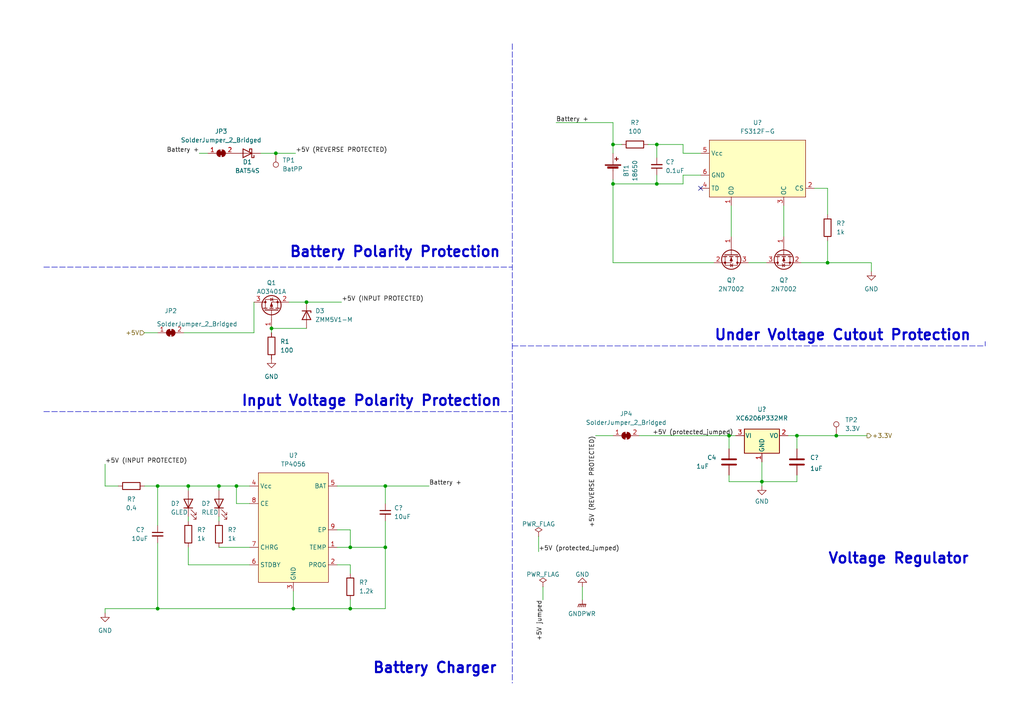
<source format=kicad_sch>
(kicad_sch (version 20211123) (generator eeschema)
  (paper "A4")
  (title_block (title "Power Submodule") (date "2022-03-09") (rev "v1.0") (company "University of Cape Town") (comment 2 "Need to figure out the undervoltage circuit and down converter") (comment 4 "Authors: Noah Havik"))
  (lib_symbols
    (symbol "Battery_Management:FS312F-G"
      (property "Reference" "U" (at 0 11.43 0))
      (property "Value" "FS312F-G" (at 0 8.89 0))
      (symbol "FS312F-G_0_1"
        (rectangle (start -13.97 6.35) (end 13.97 -10.16) (fill (type background)))
      )
      (symbol "FS312F-G_1_1"
        (pin input line (at -7.62 -12.7 90) (length 2.54) (name "OD") (number "1"))
        (pin input line (at 16.51 -7.62 180) (length 2.54) (name "CS") (number "2"))
        (pin input line (at 7.62 -12.7 90) (length 2.54) (name "OC") (number "3"))
        (pin input line (at -16.51 -7.62 0) (length 2.54) (name "TD") (number "4"))
        (pin input line (at -16.51 2.54 0) (length 2.54) (name "Vcc") (number "5"))
        (pin input line (at -16.51 -3.81 0) (length 2.54) (name "GND") (number "6"))
      )
    )
    (symbol "Connector:TestPoint" (pin_numbers hide) (pin_names (offset 0.762) hide)
      (property "Reference" "TP" (at 0 6.858 0))
      (property "Value" "TestPoint" (at 0 5.08 0))
      (symbol "TestPoint_0_1"
        (circle (center 0 3.302) (radius 0.762))
      )
      (symbol "TestPoint_1_1"
        (pin passive line (at 0 0 90) (length 2.54) (name "1") (number "1"))
      )
    )
    (symbol "Device:Battery_Cell" (pin_numbers hide) (pin_names (offset 0) hide)
      (property "Reference" "BT" (at 2.54 2.54 0))
      (property "Value" "Battery_Cell" (at 2.54 0 0))
      (symbol "Battery_Cell_0_1"
        (rectangle (start -2.286 1.778) (end 2.286 1.524) (fill (type outline)))
        (rectangle (start -1.5748 1.1938) (end 1.4732 0.6858) (fill (type outline)))
        (polyline (pts (xy 0 0.762) (xy 0 0)))
        (polyline (pts (xy 0 1.778) (xy 0 2.54)))
        (polyline (pts (xy 0.508 3.429) (xy 1.524 3.429)) (stroke (width 0.254)))
        (polyline (pts (xy 1.016 3.937) (xy 1.016 2.921)) (stroke (width 0.254)))
      )
      (symbol "Battery_Cell_1_1"
        (pin passive line (at 0 5.08 270) (length 2.54) (name "+") (number "1"))
        (pin passive line (at 0 -2.54 90) (length 2.54) (name "-") (number "2"))
      )
    )
    (symbol "Device:C" (pin_numbers hide) (pin_names (offset 0.254))
      (property "Reference" "C" (at 0.635 2.54 0))
      (property "Value" "C" (at 0.635 -2.54 0))
      (symbol "C_0_1"
        (polyline (pts (xy -2.032 -0.762) (xy 2.032 -0.762)) (stroke (width 0.508)))
        (polyline (pts (xy -2.032 0.762) (xy 2.032 0.762)) (stroke (width 0.508)))
      )
      (symbol "C_1_1"
        (pin passive line (at 0 3.81 270) (length 2.794) (name "~") (number "1"))
        (pin passive line (at 0 -3.81 90) (length 2.794) (name "~") (number "2"))
      )
    )
    (symbol "Device:C_Small" (pin_numbers hide) (pin_names (offset 0.254) hide)
      (property "Reference" "C" (at 0.254 1.778 0))
      (property "Value" "C_Small" (at 0.254 -2.032 0))
      (symbol "C_Small_0_1"
        (polyline (pts (xy -1.524 -0.508) (xy 1.524 -0.508)) (stroke (width 0.3302)))
        (polyline (pts (xy -1.524 0.508) (xy 1.524 0.508)) (stroke (width 0.3048)))
      )
      (symbol "C_Small_1_1"
        (pin passive line (at 0 2.54 270) (length 2.032) (name "~") (number "1"))
        (pin passive line (at 0 -2.54 90) (length 2.032) (name "~") (number "2"))
      )
    )
    (symbol "Device:D_Schottky" (pin_numbers hide) (pin_names (offset 1.016) hide)
      (property "Reference" "D" (at 0 2.54 0))
      (property "Value" "D_Schottky" (at 0 -2.54 0))
      (symbol "D_Schottky_0_1"
        (polyline (pts (xy 1.27 0) (xy -1.27 0)))
        (polyline (pts (xy 1.27 1.27) (xy 1.27 -1.27) (xy -1.27 0) (xy 1.27 1.27)) (stroke (width 0.254)))
        (polyline (pts (xy -1.905 0.635) (xy -1.905 1.27) (xy -1.27 1.27) (xy -1.27 -1.27) (xy -0.635 -1.27) (xy -0.635 -0.635)) (stroke (width 0.254)))
      )
      (symbol "D_Schottky_1_1"
        (pin passive line (at -3.81 0 0) (length 2.54) (name "K") (number "1"))
        (pin passive line (at 3.81 0 180) (length 2.54) (name "A") (number "2"))
      )
    )
    (symbol "Device:D_Zener" (pin_numbers hide) (pin_names (offset 1.016) hide)
      (property "Reference" "D" (at 0 2.54 0))
      (property "Value" "D_Zener" (at 0 -2.54 0))
      (symbol "D_Zener_0_1"
        (polyline (pts (xy 1.27 0) (xy -1.27 0)))
        (polyline (pts (xy -1.27 -1.27) (xy -1.27 1.27) (xy -0.762 1.27)) (stroke (width 0.254)))
        (polyline (pts (xy 1.27 -1.27) (xy 1.27 1.27) (xy -1.27 0) (xy 1.27 -1.27)) (stroke (width 0.254)))
      )
      (symbol "D_Zener_1_1"
        (pin passive line (at -3.81 0 0) (length 2.54) (name "K") (number "1"))
        (pin passive line (at 3.81 0 180) (length 2.54) (name "A") (number "2"))
      )
    )
    (symbol "Device:LED" (pin_numbers hide) (pin_names (offset 1.016) hide)
      (property "Reference" "D" (at 0 2.54 0))
      (property "Value" "LED" (at 0 -2.54 0))
      (symbol "LED_0_1"
        (polyline (pts (xy -1.27 -1.27) (xy -1.27 1.27)) (stroke (width 0.254)))
        (polyline (pts (xy -1.27 0) (xy 1.27 0)))
        (polyline (pts (xy 1.27 -1.27) (xy 1.27 1.27) (xy -1.27 0) (xy 1.27 -1.27)) (stroke (width 0.254)))
        (polyline (pts (xy -3.048 -0.762) (xy -4.572 -2.286) (xy -3.81 -2.286) (xy -4.572 -2.286) (xy -4.572 -1.524)))
        (polyline (pts (xy -1.778 -0.762) (xy -3.302 -2.286) (xy -2.54 -2.286) (xy -3.302 -2.286) (xy -3.302 -1.524)))
      )
      (symbol "LED_1_1"
        (pin passive line (at -3.81 0 0) (length 2.54) (name "K") (number "1"))
        (pin passive line (at 3.81 0 180) (length 2.54) (name "A") (number "2"))
      )
    )
    (symbol "Device:Q_PMOS_GSD" (pin_names (offset 0) hide)
      (property "Reference" "Q" (at 5.08 1.27 0))
      (property "Value" "Q_PMOS_GSD" (at 5.08 -1.27 0))
      (symbol "Q_PMOS_GSD_0_1"
        (polyline (pts (xy 0.254 0) (xy -2.54 0)))
        (polyline (pts (xy 0.254 1.905) (xy 0.254 -1.905)) (stroke (width 0.254)))
        (polyline (pts (xy 0.762 -1.27) (xy 0.762 -2.286)) (stroke (width 0.254)))
        (polyline (pts (xy 0.762 0.508) (xy 0.762 -0.508)) (stroke (width 0.254)))
        (polyline (pts (xy 0.762 2.286) (xy 0.762 1.27)) (stroke (width 0.254)))
        (polyline (pts (xy 2.54 2.54) (xy 2.54 1.778)))
        (polyline (pts (xy 2.54 -2.54) (xy 2.54 0) (xy 0.762 0)))
        (polyline (pts (xy 0.762 1.778) (xy 3.302 1.778) (xy 3.302 -1.778) (xy 0.762 -1.778)))
        (polyline (pts (xy 2.286 0) (xy 1.27 0.381) (xy 1.27 -0.381) (xy 2.286 0)) (fill (type outline)))
        (polyline (pts (xy 2.794 -0.508) (xy 2.921 -0.381) (xy 3.683 -0.381) (xy 3.81 -0.254)))
        (polyline (pts (xy 3.302 -0.381) (xy 2.921 0.254) (xy 3.683 0.254) (xy 3.302 -0.381)))
        (circle (center 1.651 0) (radius 2.794) (stroke (width 0.254)))
        (circle (center 2.54 -1.778) (radius 0.254) (fill (type outline)))
        (circle (center 2.54 1.778) (radius 0.254) (fill (type outline)))
      )
      (symbol "Q_PMOS_GSD_1_1"
        (pin input line (at -5.08 0 0) (length 2.54) (name "G") (number "1"))
        (pin passive line (at 2.54 -5.08 90) (length 2.54) (name "S") (number "2"))
        (pin passive line (at 2.54 5.08 270) (length 2.54) (name "D") (number "3"))
      )
    )
    (symbol "Device:R" (pin_numbers hide) (pin_names (offset 0))
      (property "Reference" "R" (at 2.032 0 90))
      (property "Value" "R" (at 0 0 90))
      (symbol "R_0_1"
        (rectangle (start -1.016 -2.54) (end 1.016 2.54) (stroke (width 0.254)))
      )
      (symbol "R_1_1"
        (pin passive line (at 0 3.81 270) (length 1.27) (name "~") (number "1"))
        (pin passive line (at 0 -3.81 90) (length 1.27) (name "~") (number "2"))
      )
    )
    (symbol "Jumper:SolderJumper_2_Bridged" (pin_names (offset 0) hide)
      (property "Reference" "JP" (at 0 2.032 0))
      (property "Value" "SolderJumper_2_Bridged" (at 0 -2.54 0))
      (symbol "SolderJumper_2_Bridged_0_1"
        (rectangle (start -0.508 0.508) (end 0.508 -0.508) (fill (type outline)))
        (arc (start -0.254 1.016) (mid -1.27 0) (end -0.254 -1.016))
        (arc (start -0.254 1.016) (mid -1.27 0) (end -0.254 -1.016) (fill (type outline)))
        (polyline (pts (xy -0.254 1.016) (xy -0.254 -1.016)))
        (polyline (pts (xy 0.254 1.016) (xy 0.254 -1.016)))
        (arc (start 0.254 -1.016) (mid 1.27 0) (end 0.254 1.016))
        (arc (start 0.254 -1.016) (mid 1.27 0) (end 0.254 1.016) (fill (type outline)))
      )
      (symbol "SolderJumper_2_Bridged_1_1"
        (pin passive line (at -3.81 0 0) (length 2.54) (name "A") (number "1"))
        (pin passive line (at 3.81 0 180) (length 2.54) (name "B") (number "2"))
      )
    )
    (symbol "Regulator_Linear:XC6206PxxxMR" (pin_names (offset 0.254))
      (property "Reference" "U" (at -3.81 3.175 0))
      (property "Value" "XC6206PxxxMR" (at 0 3.175 0))
      (symbol "XC6206PxxxMR_0_1"
        (rectangle (start -5.08 1.905) (end 5.08 -5.08) (stroke (width 0.254)) (fill (type background)))
      )
      (symbol "XC6206PxxxMR_1_1"
        (pin power_in line (at 0 -7.62 90) (length 2.54) (name "GND") (number "1"))
        (pin power_out line (at 7.62 0 180) (length 2.54) (name "VO") (number "2"))
        (pin power_in line (at -7.62 0 0) (length 2.54) (name "VI") (number "3"))
      )
    )
    (symbol "TP4056_1"
      (property "Reference" "U" (at 0 11.43 0))
      (property "Value" "TP4056_1" (at 0 8.89 0))
      (symbol "TP4056_1_0_1"
        (rectangle (start -10.16 6.35) (end 10.16 -25.4) (fill (type background)))
      )
      (symbol "TP4056_1_1_1"
        (pin input line (at 12.7 -15.24 180) (length 2.54) (name "TEMP") (number "1"))
        (pin input line (at 12.7 -20.32 180) (length 2.54) (name "PROG") (number "2"))
        (pin input line (at 0 -27.94 90) (length 2.54) (name "GND") (number "3"))
        (pin input line (at -12.7 2.54 0) (length 2.54) (name "Vcc") (number "4"))
        (pin input line (at 12.7 2.54 180) (length 2.54) (name "BAT") (number "5"))
        (pin input line (at -12.7 -20.32 0) (length 2.54) (name "STDBY") (number "6"))
        (pin input line (at -12.7 -15.24 0) (length 2.54) (name "CHRG") (number "7"))
        (pin input line (at -12.7 -2.54 0) (length 2.54) (name "CE") (number "8"))
        (pin input line (at 12.7 -10.16 180) (length 2.54) (name "EP") (number "9"))
      )
    )
    (symbol "Transistor_FET:2N7002" (pin_names hide)
      (property "Reference" "Q" (at 5.08 1.905 0))
      (property "Value" "2N7002" (at 5.08 0 0))
      (symbol "2N7002_0_1"
        (polyline (pts (xy 0.254 0) (xy -2.54 0)))
        (polyline (pts (xy 0.254 1.905) (xy 0.254 -1.905)) (stroke (width 0.254)))
        (polyline (pts (xy 0.762 -1.27) (xy 0.762 -2.286)) (stroke (width 0.254)))
        (polyline (pts (xy 0.762 0.508) (xy 0.762 -0.508)) (stroke (width 0.254)))
        (polyline (pts (xy 0.762 2.286) (xy 0.762 1.27)) (stroke (width 0.254)))
        (polyline (pts (xy 2.54 2.54) (xy 2.54 1.778)))
        (polyline (pts (xy 2.54 -2.54) (xy 2.54 0) (xy 0.762 0)))
        (polyline (pts (xy 0.762 -1.778) (xy 3.302 -1.778) (xy 3.302 1.778) (xy 0.762 1.778)))
        (polyline (pts (xy 1.016 0) (xy 2.032 0.381) (xy 2.032 -0.381) (xy 1.016 0)) (fill (type outline)))
        (polyline (pts (xy 2.794 0.508) (xy 2.921 0.381) (xy 3.683 0.381) (xy 3.81 0.254)))
        (polyline (pts (xy 3.302 0.381) (xy 2.921 -0.254) (xy 3.683 -0.254) (xy 3.302 0.381)))
        (circle (center 1.651 0) (radius 2.794) (stroke (width 0.254)))
        (circle (center 2.54 -1.778) (radius 0.254) (fill (type outline)))
        (circle (center 2.54 1.778) (radius 0.254) (fill (type outline)))
      )
      (symbol "2N7002_1_1"
        (pin input line (at -5.08 0 0) (length 2.54) (name "G") (number "1"))
        (pin passive line (at 2.54 -5.08 90) (length 2.54) (name "S") (number "2"))
        (pin passive line (at 2.54 5.08 270) (length 2.54) (name "D") (number "3"))
      )
    )
    (symbol "power:GND" (power) (pin_names (offset 0))
      (property "Value" "GND" (at 0 -3.81 0))
      (symbol "GND_0_1"
        (polyline (pts (xy 0 0) (xy 0 -1.27) (xy 1.27 -1.27) (xy 0 -2.54) (xy -1.27 -1.27) (xy 0 -1.27)))
      )
      (symbol "GND_1_1"
        (pin power_in line (at 0 0 270) (length 0) hide (name "GND") (number "1"))
      )
    )
    (symbol "power:GNDPWR" (power) (pin_names (offset 0))
      (property "Value" "GNDPWR" (at 0 -3.302 0))
      (symbol "GNDPWR_0_1"
        (polyline (pts (xy 0 -1.27) (xy 0 0)))
        (polyline (pts (xy -1.016 -1.27) (xy -1.27 -2.032) (xy -1.27 -2.032)) (stroke (width 0.2032)))
        (polyline (pts (xy -0.508 -1.27) (xy -0.762 -2.032) (xy -0.762 -2.032)) (stroke (width 0.2032)))
        (polyline (pts (xy 0 -1.27) (xy -0.254 -2.032) (xy -0.254 -2.032)) (stroke (width 0.2032)))
        (polyline (pts (xy 0.508 -1.27) (xy 0.254 -2.032) (xy 0.254 -2.032)) (stroke (width 0.2032)))
        (polyline (pts (xy 1.016 -1.27) (xy -1.016 -1.27) (xy -1.016 -1.27)) (stroke (width 0.2032)))
        (polyline (pts (xy 1.016 -1.27) (xy 0.762 -2.032) (xy 0.762 -2.032) (xy 0.762 -2.032)) (stroke (width 0.2032)))
      )
      (symbol "GNDPWR_1_1"
        (pin power_in line (at 0 0 270) (length 0) hide (name "GNDPWR") (number "1"))
      )
    )
    (symbol "power:PWR_FLAG" (power) (pin_numbers hide) (pin_names (offset 0) hide)
      (property "Value" "PWR_FLAG" (at 0 3.81 0))
      (symbol "PWR_FLAG_0_0"
        (pin power_out line (at 0 0 90) (length 0) (name "pwr") (number "1"))
      )
      (symbol "PWR_FLAG_0_1"
        (polyline (pts (xy 0 0) (xy 0 1.27) (xy -1.016 1.905) (xy 0 2.54) (xy 1.016 1.905) (xy 0 1.27)))
      )
    )
  )
  (junction (at 190.5 53.34))
  (junction (at 177.8 53.34))
  (junction (at 63.5 140.97))
  (junction (at 80.01 44.45))
  (junction (at 220.98 139.7))
  (junction (at 111.76 140.97))
  (junction (at 85.09 176.53))
  (junction (at 45.72 176.53))
  (junction (at 78.74 95.25))
  (junction (at 211.455 126.365))
  (junction (at 190.5 41.91))
  (junction (at 68.58 140.97))
  (junction (at 240.03 76.2))
  (junction (at 111.76 158.75))
  (junction (at 242.57 126.365))
  (junction (at 177.8 41.91))
  (junction (at 101.6 176.53))
  (junction (at 101.6 158.75))
  (junction (at 54.61 140.97))
  (junction (at 45.72 140.97))
  (junction (at 231.14 126.365))
  (junction (at 88.9 87.63))
  (no_connect (at 203.2 54.61))
  (wire (pts (xy 240.03 62.23) (xy 240.03 54.61)))
  (wire (pts (xy 231.14 130.175) (xy 231.14 126.365)))
  (wire (pts (xy 85.09 176.53) (xy 101.6 176.53)))
  (wire (pts (xy 227.33 59.69) (xy 227.33 68.58)))
  (wire (pts (xy 41.91 140.97) (xy 45.72 140.97)))
  (wire (pts (xy 30.48 177.8) (xy 30.48 176.53)))
  (wire (pts (xy 54.61 140.97) (xy 54.61 142.24)))
  (wire (pts (xy 211.455 126.365) (xy 213.36 126.365)))
  (wire (pts (xy 73.66 96.52) (xy 73.66 87.63)))
  (wire (pts (xy 72.39 146.05) (xy 68.58 146.05)))
  (wire (pts (xy 63.5 140.97) (xy 68.58 140.97)))
  (wire (pts (xy 57.785 44.45) (xy 60.325 44.45)))
  (wire (pts (xy 30.48 140.97) (xy 34.29 140.97)))
  (wire (pts (xy 111.76 140.97) (xy 111.76 146.05)))
  (wire (pts (xy 97.79 163.83) (xy 101.6 163.83)))
  (wire (pts (xy 220.98 139.7) (xy 231.14 139.7)))
  (wire (pts (xy 198.12 50.8) (xy 203.2 50.8)))
  (wire (pts (xy 111.76 140.97) (xy 97.79 140.97)))
  (wire (pts (xy 45.72 140.97) (xy 45.72 152.4)))
  (wire (pts (xy 54.61 140.97) (xy 63.5 140.97)))
  (wire (pts (xy 198.12 44.45) (xy 198.12 41.91)))
  (wire (pts (xy 231.14 126.365) (xy 242.57 126.365)))
  (wire (pts (xy 101.6 176.53) (xy 111.76 176.53)))
  (wire (pts (xy 101.6 163.83) (xy 101.6 166.37)))
  (wire (pts (xy 156.21 155.575) (xy 156.21 160.02)))
  (wire (pts (xy 53.34 96.52) (xy 73.66 96.52)))
  (wire (pts (xy 78.74 95.25) (xy 88.9 95.25)))
  (polyline (pts (xy 12.7 119.38) (xy 148.59 119.38)))
  (wire (pts (xy 252.73 78.74) (xy 252.73 76.2)))
  (wire (pts (xy 80.01 44.45) (xy 85.725 44.45)))
  (polyline (pts (xy 148.59 100.33) (xy 285.75 100.33)))
  (wire (pts (xy 242.57 126.365) (xy 251.46 126.365)))
  (wire (pts (xy 232.41 76.2) (xy 240.03 76.2)))
  (polyline (pts (xy 285.75 99.06) (xy 285.75 100.33)))
  (wire (pts (xy 228.6 126.365) (xy 231.14 126.365)))
  (wire (pts (xy 203.2 44.45) (xy 198.12 44.45)))
  (wire (pts (xy 101.6 153.67) (xy 101.6 158.75)))
  (wire (pts (xy 30.48 134.62) (xy 30.48 140.97)))
  (wire (pts (xy 45.72 140.97) (xy 54.61 140.97)))
  (wire (pts (xy 68.58 140.97) (xy 72.39 140.97)))
  (wire (pts (xy 180.34 41.91) (xy 177.8 41.91)))
  (wire (pts (xy 177.8 76.2) (xy 207.01 76.2)))
  (wire (pts (xy 75.565 44.45) (xy 80.01 44.45)))
  (wire (pts (xy 168.91 170.18) (xy 168.91 173.99)))
  (wire (pts (xy 177.8 35.56) (xy 177.8 41.91)))
  (wire (pts (xy 111.76 151.13) (xy 111.76 158.75)))
  (polyline (pts (xy 12.7 77.47) (xy 148.59 77.47)))
  (wire (pts (xy 161.29 35.56) (xy 177.8 35.56)))
  (wire (pts (xy 177.8 53.34) (xy 177.8 52.07)))
  (wire (pts (xy 83.82 87.63) (xy 88.9 87.63)))
  (wire (pts (xy 185.42 126.365) (xy 211.455 126.365)))
  (wire (pts (xy 211.455 126.365) (xy 211.455 130.175)))
  (polyline (pts (xy 148.59 12.7) (xy 148.59 198.12)))
  (wire (pts (xy 212.09 59.69) (xy 212.09 68.58)))
  (wire (pts (xy 88.9 87.63) (xy 99.06 87.63)))
  (wire (pts (xy 54.61 158.75) (xy 54.61 163.83)))
  (wire (pts (xy 63.5 140.97) (xy 63.5 142.24)))
  (wire (pts (xy 124.46 140.97) (xy 111.76 140.97)))
  (wire (pts (xy 190.5 53.34) (xy 198.12 53.34)))
  (wire (pts (xy 211.455 137.795) (xy 211.455 139.7)))
  (wire (pts (xy 198.12 53.34) (xy 198.12 50.8)))
  (wire (pts (xy 101.6 173.99) (xy 101.6 176.53)))
  (wire (pts (xy 63.5 158.75) (xy 72.39 158.75)))
  (wire (pts (xy 45.72 176.53) (xy 85.09 176.53)))
  (wire (pts (xy 190.5 50.8) (xy 190.5 53.34)))
  (wire (pts (xy 101.6 158.75) (xy 111.76 158.75)))
  (wire (pts (xy 177.8 53.34) (xy 190.5 53.34)))
  (wire (pts (xy 217.17 76.2) (xy 222.25 76.2)))
  (wire (pts (xy 41.91 96.52) (xy 45.72 96.52)))
  (wire (pts (xy 190.5 41.91) (xy 187.96 41.91)))
  (wire (pts (xy 177.8 41.91) (xy 177.8 44.45)))
  (wire (pts (xy 111.76 158.75) (xy 111.76 176.53)))
  (wire (pts (xy 172.72 126.365) (xy 177.8 126.365)))
  (wire (pts (xy 177.8 53.34) (xy 177.8 76.2)))
  (wire (pts (xy 63.5 149.86) (xy 63.5 151.13)))
  (wire (pts (xy 54.61 149.86) (xy 54.61 151.13)))
  (wire (pts (xy 240.03 76.2) (xy 252.73 76.2)))
  (wire (pts (xy 220.98 133.985) (xy 220.98 139.7)))
  (wire (pts (xy 198.12 41.91) (xy 190.5 41.91)))
  (wire (pts (xy 240.03 69.85) (xy 240.03 76.2)))
  (wire (pts (xy 30.48 176.53) (xy 45.72 176.53)))
  (wire (pts (xy 45.72 157.48) (xy 45.72 176.53)))
  (wire (pts (xy 157.48 170.18) (xy 157.48 173.99)))
  (wire (pts (xy 68.58 146.05) (xy 68.58 140.97)))
  (wire (pts (xy 211.455 139.7) (xy 220.98 139.7)))
  (wire (pts (xy 97.79 158.75) (xy 101.6 158.75)))
  (wire (pts (xy 231.14 139.7) (xy 231.14 137.795)))
  (wire (pts (xy 78.74 96.52) (xy 78.74 95.25)))
  (wire (pts (xy 240.03 54.61) (xy 236.22 54.61)))
  (wire (pts (xy 97.79 153.67) (xy 101.6 153.67)))
  (wire (pts (xy 54.61 163.83) (xy 72.39 163.83)))
  (wire (pts (xy 190.5 41.91) (xy 190.5 45.72)))
  (wire (pts (xy 220.98 139.7) (xy 220.98 140.97)))
  (wire (pts (xy 85.09 171.45) (xy 85.09 176.53)))
  (text "Battery Charger" (at 107.95 195.58 0) (effects (font (size 3 3) (thickness 0.6) bold) (justify left bottom)))
  (text "Input Voltage Polarity Protection" (at 69.85 118.11 0) (effects (font (size 3 3) (thickness 0.6) bold) (justify left bottom)))
  (text "Voltage Regulator" (at 240.03 163.83 0) (effects (font (size 3 3) (thickness 0.6) bold) (justify left bottom)))
  (text "Under Voltage Cutout Protection" (at 207.01 99.06 0) (effects (font (size 3 3) (thickness 0.6) bold) (justify left bottom)))
  (text "Battery Polarity Protection" (at 83.82 74.93 0) (effects (font (size 3 3) (thickness 0.6) bold) (justify left bottom)))
  (label "Battery +" (at 57.785 44.45 180))
  (label "+5V jumped" (at 157.48 173.99 270))
  (label "Battery +" (at 124.46 140.97 0))
  (label "+5V (INPUT PROTECTED)" (at 30.48 134.62 0))
  (label "+5V (protected_jumped)" (at 156.21 160.02 0))
  (label "+5V (protected_jumped)" (at 189.23 126.365 0))
  (label "Battery +" (at 161.29 35.56 0))
  (label "+5V (INPUT PROTECTED)" (at 99.06 87.63 0))
  (label "+5V (REVERSE PROTECTED)" (at 172.72 126.365 270))
  (label "+5V (REVERSE PROTECTED)" (at 85.725 44.45 0))
  (hierarchical_label "+5V" (shape input) (at 41.91 96.52 180))
  (hierarchical_label "+3.3V" (shape output) (at 251.46 126.365 0))
  (symbol (lib_id "Device:Q_PMOS_GSD") (at 78.74 90.17 90) (unit 1)
    (property "Reference" "Q1" (at 78.74 82.0252 90))
    (property "Value" "AO3401A" (at 78.74 84.5621 90))
    (property "Footprint" "Package_TO_SOT_SMD:SOT-23" (effects hide))
    (property "JLC Part #" "C15127" (effects hide))
    (property "Price" "0.1774" (effects hide))
  )
  (symbol (lib_id "Jumper:SolderJumper_2_Bridged") (at 181.61 126.365 0) (unit 1)
    (property "Reference" "JP4" (at 181.61 120.015 0))
    (property "Value" "SolderJumper_2_Bridged" (at 181.61 122.555 0))
    (property "Footprint" "Jumper:SolderJumper-2_P1.3mm_Bridged2Bar_Pad1.0x1.5mm" (effects hide))
  )
  (symbol (lib_id "power:GND") (at 220.98 140.97 0) (unit 1)
    (property "Reference" "#PWR020" (effects hide))
    (property "Value" "GND" (at 220.98 145.4134 0))
  )
  (symbol (lib_id "Device:C") (at 231.14 133.985 0) (unit 1)
    (property "Reference" "C?" (at 234.95 132.715 0) (effects (justify left)))
    (property "Value" "1uF" (at 234.95 135.89 0) (effects (justify left)))
    (property "Footprint" "Capacitor_SMD:C_0402_1005Metric" (effects hide))
    (property "JLC Part #" "C1525" (effects hide))
    (property "Price" "0.0011" (effects hide))
  )
  (symbol (lib_id "Connector:TestPoint") (at 242.57 126.365 0) (unit 1)
    (property "Reference" "TP2" (at 245.11 121.7929 0) (effects (justify left)))
    (property "Value" "3.3V" (at 245.11 124.3329 0) (effects (justify left)))
    (property "Footprint" "TestPoint:TestPoint_Pad_D1.0mm" (effects hide))
  )
  (symbol (lib_id "power:GNDPWR") (at 168.91 173.99 0) (unit 1)
    (property "Reference" "#PWR019" (effects hide))
    (property "Value" "GNDPWR" (at 168.783 178.027 0))
  )
  (symbol (lib_id "Device:C_Small") (at 190.5 48.26 180) (unit 1)
    (property "Reference" "C?" (at 193.04 46.9835 0) (effects (justify right)))
    (property "Value" "0.1uF" (at 193.04 49.5235 0) (effects (justify right)))
  )
  (symbol (lib_id "Jumper:SolderJumper_2_Bridged") (at 64.135 44.45 0) (unit 1)
    (property "Reference" "JP3" (at 64.135 38.1 0))
    (property "Value" "SolderJumper_2_Bridged" (at 64.135 40.64 0))
    (property "Footprint" "Jumper:SolderJumper-2_P1.3mm_Bridged2Bar_Pad1.0x1.5mm" (effects hide))
  )
  (symbol (lib_id "Device:R") (at 184.15 41.91 90) (unit 1)
    (property "Reference" "R?" (at 184.15 35.56 90))
    (property "Value" "100" (at 184.15 38.1 90))
  )
  (symbol (lib_id "power:GND") (at 30.48 177.8 0) (unit 1)
    (property "Reference" "#PWR?" (effects hide))
    (property "Value" "GND" (at 30.48 182.88 0))
  )
  (symbol (lib_id "Battery_Management:FS312F-G") (at 219.71 46.99 0) (unit 1)
    (property "Reference" "U?" (at 219.71 35.56 0))
    (property "Value" "FS312F-G" (at 219.71 38.1 0))
  )
  (symbol (lib_id "Device:D_Zener") (at 88.9 91.44 270) (unit 1)
    (property "Reference" "D3" (at 91.44 90.1699 90) (effects (justify left)))
    (property "Value" "ZMM5V1-M" (at 91.44 92.7099 90) (effects (justify left)))
    (property "Footprint" "Footprint_EEE3088F:LL-34_L3.5-W1.5-RD" (effects hide))
    (property "JLC Part #" "C8061" (effects hide))
    (property "Price" "0.0182" (effects hide))
  )
  (symbol (lib_id "power:GND") (at 252.73 78.74 0) (unit 1)
    (property "Reference" "#PWR?" (effects hide))
    (property "Value" "GND" (at 252.73 83.82 0))
  )
  (symbol (lib_id "Device:LED") (at 63.5 146.05 90) (unit 1)
    (property "Reference" "D?" (at 58.42 146.05 90) (effects (justify right)))
    (property "Value" "RLED" (at 58.42 148.59 90) (effects (justify right)))
  )
  (symbol (lib_id "Device:C_Small") (at 111.76 148.59 0) (unit 1)
    (property "Reference" "C?" (at 114.3 147.3262 0) (effects (justify left)))
    (property "Value" "10uF" (at 114.3 149.8662 0) (effects (justify left)))
  )
  (symbol (lib_id "power:GND") (at 78.74 104.14 0) (unit 1)
    (property "Reference" "#PWR017" (effects hide))
    (property "Value" "GND" (at 78.74 109.22 0))
  )
  (symbol (lib_id "Device:D_Schottky") (at 71.755 44.45 180) (unit 1)
    (property "Reference" "D1" (at 71.755 46.99 0))
    (property "Value" "BAT54S" (at 71.755 49.53 0))
    (property "Footprint" "Diode_SMD:D_SOT-23_ANK" (effects hide))
    (property "JLC Part #" "C408389" (effects hide))
    (property "Price" "0.0148" (effects hide))
  )
  (symbol (lib_name "TP4056_1") (lib_id "Battery_Management:TP4056") (at 85.09 143.51 0) (unit 1)
    (property "Reference" "U?" (at 85.09 132.08 0))
    (property "Value" "TP4056" (at 85.09 134.62 0))
  )
  (symbol (lib_id "Device:C") (at 211.455 133.985 0) (unit 1)
    (property "Reference" "C4" (at 205.105 132.715 0) (effects (justify left)))
    (property "Value" "1uF" (at 201.93 135.255 0) (effects (justify left)))
    (property "Footprint" "Capacitor_SMD:C_0402_1005Metric" (effects hide))
    (property "JLC Part #" "C1525" (effects hide))
    (property "Price" "0.0011" (effects hide))
  )
  (symbol (lib_id "Transistor_FET:2N7002") (at 227.33 73.66 90) (mirror x) (unit 1)
    (property "Reference" "Q?" (at 227.33 81.28 90))
    (property "Value" "2N7002" (at 227.33 83.82 90))
    (property "Footprint" "Package_TO_SOT_SMD:SOT-23" (effects hide))
    (property "Datasheet" "https://www.onsemi.com/pub/Collateral/NDS7002A-D.PDF" (effects hide))
  )
  (symbol (lib_id "Device:Battery_Cell") (at 177.8 49.53 0) (unit 1)
    (property "Reference" "BT1" (at 181.61 49.53 90))
    (property "Value" "18650" (at 184.15 49.53 90))
    (property "Footprint" "Footprint_EEE3088F:18650_Holder" (effects hide))
  )
  (symbol (lib_id "Connector:TestPoint") (at 80.01 44.45 180) (unit 1)
    (property "Reference" "TP1" (at 81.915 46.4819 0) (effects (justify right)))
    (property "Value" "BatPP" (at 81.915 49.0219 0) (effects (justify right)))
    (property "Footprint" "TestPoint:TestPoint_Pad_D1.0mm" (effects hide))
  )
  (symbol (lib_id "Device:LED") (at 54.61 146.05 90) (unit 1)
    (property "Reference" "D?" (at 49.53 146.05 90) (effects (justify right)))
    (property "Value" "GLED" (at 49.53 148.59 90) (effects (justify right)))
  )
  (symbol (lib_id "Device:R") (at 63.5 154.94 0) (unit 1)
    (property "Reference" "R?" (at 66.04 153.6699 0) (effects (justify left)))
    (property "Value" "1k" (at 66.04 156.2099 0) (effects (justify left)))
  )
  (symbol (lib_id "Regulator_Linear:XC6206PxxxMR") (at 220.98 126.365 0) (unit 1)
    (property "Reference" "U?" (at 220.98 118.745 0))
    (property "Value" "XC6206P332MR" (at 220.98 121.285 0))
    (property "Footprint" "Package_TO_SOT_SMD:SOT-23" (effects hide))
    (property "Datasheet" "https://www.torexsemi.com/file/xc6206/XC6206.pdf" (effects hide))
    (property "JLC Part #" "C5446" (effects hide))
  )
  (symbol (lib_id "Device:R") (at 54.61 154.94 0) (unit 1)
    (property "Reference" "R?" (at 57.15 153.6699 0) (effects (justify left)))
    (property "Value" "1k" (at 57.15 156.2099 0) (effects (justify left)))
  )
  (symbol (lib_id "Device:R") (at 78.74 100.33 0) (unit 1)
    (property "Reference" "R1" (at 81.28 99.0599 0) (effects (justify left)))
    (property "Value" "100" (at 81.28 101.5999 0) (effects (justify left)))
    (property "Footprint" "Resistor_SMD:R_0603_1608Metric" (effects hide))
    (property "JLC Part #" "C22775" (effects hide))
    (property "Price" "0.0013" (effects hide))
  )
  (symbol (lib_id "power:PWR_FLAG") (at 157.48 170.18 0) (unit 1)
    (property "Reference" "#FLG02" (effects hide))
    (property "Value" "PWR_FLAG" (at 157.48 166.6042 0))
  )
  (symbol (lib_id "power:PWR_FLAG") (at 156.21 155.575 0) (unit 1)
    (property "Reference" "#FLG01" (effects hide))
    (property "Value" "PWR_FLAG" (at 156.21 151.9992 0))
  )
  (symbol (lib_id "Device:R") (at 240.03 66.04 0) (unit 1)
    (property "Reference" "R?" (at 242.57 64.7699 0) (effects (justify left)))
    (property "Value" "1k" (at 242.57 67.3099 0) (effects (justify left)))
  )
  (symbol (lib_id "Device:R") (at 101.6 170.18 0) (unit 1)
    (property "Reference" "R?" (at 104.14 168.9099 0) (effects (justify left)))
    (property "Value" "1.2k" (at 104.14 171.4499 0) (effects (justify left)))
  )
  (symbol (lib_id "Device:R") (at 38.1 140.97 90) (unit 1)
    (property "Reference" "R?" (at 38.1 144.78 90))
    (property "Value" "0.4" (at 38.1 147.32 90))
  )
  (symbol (lib_id "Device:C_Small") (at 45.72 154.94 0) (unit 1)
    (property "Reference" "C?" (at 39.37 153.67 0) (effects (justify left)))
    (property "Value" "10uF" (at 38.1 156.21 0) (effects (justify left)))
  )
  (symbol (lib_id "Jumper:SolderJumper_2_Bridged") (at 49.53 96.52 0) (unit 1)
    (property "Reference" "JP2" (at 49.53 90.17 0))
    (property "Value" "SolderJumper_2_Bridged" (at 57.15 93.98 0))
    (property "Footprint" "Jumper:SolderJumper-2_P1.3mm_Bridged2Bar_Pad1.0x1.5mm" (effects hide))
  )
  (symbol (lib_id "Transistor_FET:2N7002") (at 212.09 73.66 270) (unit 1)
    (property "Reference" "Q?" (at 212.09 81.28 90))
    (property "Value" "2N7002" (at 212.09 83.82 90))
    (property "Footprint" "Package_TO_SOT_SMD:SOT-23" (effects hide))
    (property "Datasheet" "https://www.onsemi.com/pub/Collateral/NDS7002A-D.PDF" (effects hide))
  )
  (symbol (lib_id "power:GND") (at 168.91 170.18 180) (unit 1)
    (property "Reference" "#PWR018" (effects hide))
    (property "Value" "GND" (at 168.91 166.6042 0))
  )
)
</source>
